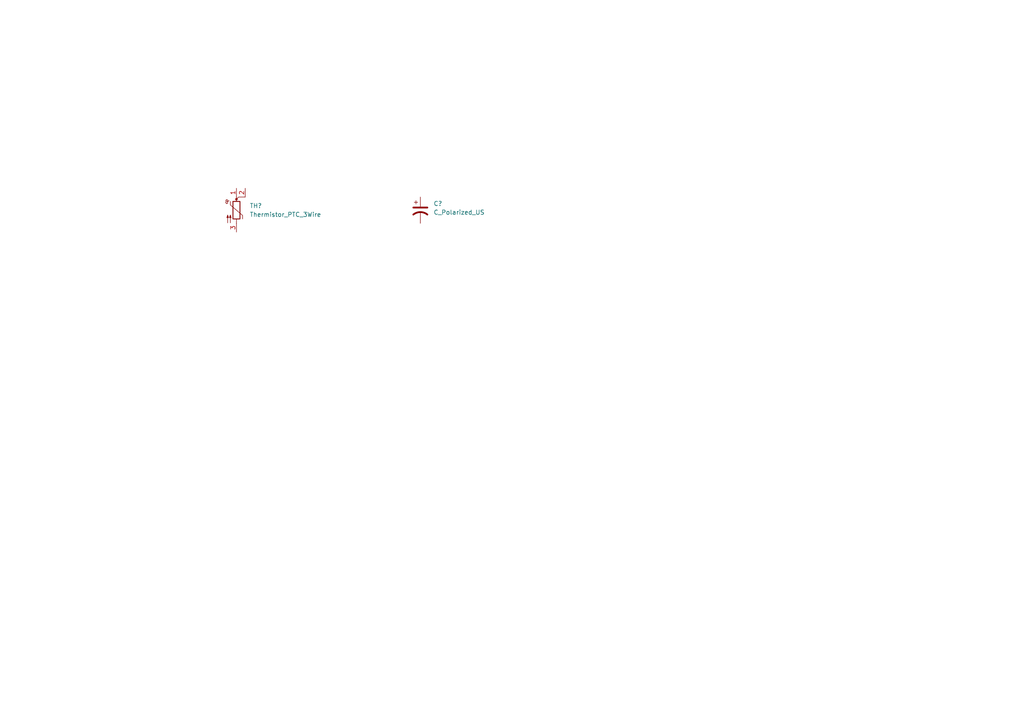
<source format=kicad_sch>
(kicad_sch (version 20211123) (generator eeschema)
  (paper "A4")
  (lib_symbols
    (symbol "Device:C_Polarized_US" (pin_numbers hide) (pin_names (offset 0.254) hide)
      (property "Reference" "C" (at 0.635 2.54 0))
      (property "Value" "C_Polarized_US" (at 0.635 -2.54 0))
      (symbol "C_Polarized_US_0_1"
        (polyline (pts (xy -2.032 0.762) (xy 2.032 0.762)) (stroke (width 0.508)))
        (polyline (pts (xy -1.778 2.286) (xy -0.762 2.286)))
        (polyline (pts (xy -1.27 1.778) (xy -1.27 2.794)))
        (arc (start 2.032 -1.27) (mid 0 -0.5572) (end -2.032 -1.27) (stroke (width 0.508)))
      )
      (symbol "C_Polarized_US_1_1"
        (pin passive line (at 0 3.81 270) (length 2.794) (name "~") (number "1"))
        (pin passive line (at 0 -3.81 90) (length 3.302) (name "~") (number "2"))
      )
    )
    (symbol "Device:Thermistor_PTC_3Wire" (pin_names (offset 0))
      (property "Reference" "TH" (at 1.905 1.27 0))
      (property "Value" "Thermistor_PTC_3Wire" (at 1.905 -1.27 0))
      (symbol "Thermistor_PTC_3Wire_0_1"
        (arc (start -3.048 2.159) (mid -3.0495 2.3143) (end -3.175 2.413))
        (arc (start -3.048 2.159) (mid -2.9736 1.9794) (end -2.794 1.905))
        (arc (start -3.048 2.794) (mid -2.9736 2.6144) (end -2.794 2.54))
        (arc (start -2.794 1.905) (mid -2.6144 1.9794) (end -2.54 2.159))
        (arc (start -2.794 2.54) (mid -2.4393 2.5587) (end -2.159 2.794))
        (arc (start -2.794 3.048) (mid -2.9736 2.9736) (end -3.048 2.794))
        (arc (start -2.54 2.794) (mid -2.6144 2.9736) (end -2.794 3.048))
        (rectangle (start -1.016 2.54) (end 1.016 -2.54) (stroke (width 0.254)))
        (polyline (pts (xy -2.54 2.159) (xy -2.54 2.794)))
        (polyline (pts (xy 0 -3.81) (xy 0 -2.54)))
        (polyline (pts (xy 0 3.81) (xy 0 2.54)))
        (polyline (pts (xy 2.54 3.81) (xy 0.635 3.81) (xy 0 3.175)))
        (polyline (pts (xy -1.778 2.54) (xy -1.778 1.524) (xy 1.778 -1.524) (xy 1.778 -2.54)))
        (polyline (pts (xy -2.54 -3.683) (xy -2.54 -1.397) (xy -2.794 -2.159) (xy -2.286 -2.159) (xy -2.54 -1.397) (xy -2.54 -1.651)) (fill (type outline)))
        (polyline (pts (xy -1.778 -3.683) (xy -1.778 -1.397) (xy -2.032 -2.159) (xy -1.524 -2.159) (xy -1.778 -1.397) (xy -1.778 -1.651)) (fill (type outline)))
        (circle (center 0 3.175) (radius 0.2794) (fill (type outline)))
      )
      (symbol "Thermistor_PTC_3Wire_1_1"
        (pin passive line (at 0 6.35 270) (length 2.54) (name "~") (number "1"))
        (pin passive line (at 2.54 6.35 270) (length 2.54) (name "~") (number "2"))
        (pin passive line (at 0 -6.35 90) (length 2.54) (name "~") (number "3"))
      )
    )
  )
  (symbol (lib_id "Device:C_Polarized_US") (at 121.92 60.96 0) (unit 1)
    (property "Reference" "C?" (at 125.73 59.0549 0) (effects (justify left)))
    (property "Value" "C_Polarized_US" (at 125.73 61.5949 0) (effects (justify left)))
  )
  (symbol (lib_id "Device:Thermistor_PTC_3Wire") (at 68.58 60.96 0) (unit 1)
    (property "Reference" "TH?" (at 72.39 59.6899 0) (effects (justify left)))
    (property "Value" "Thermistor_PTC_3Wire" (at 72.39 62.2299 0) (effects (justify left)))
  )
)
</source>
